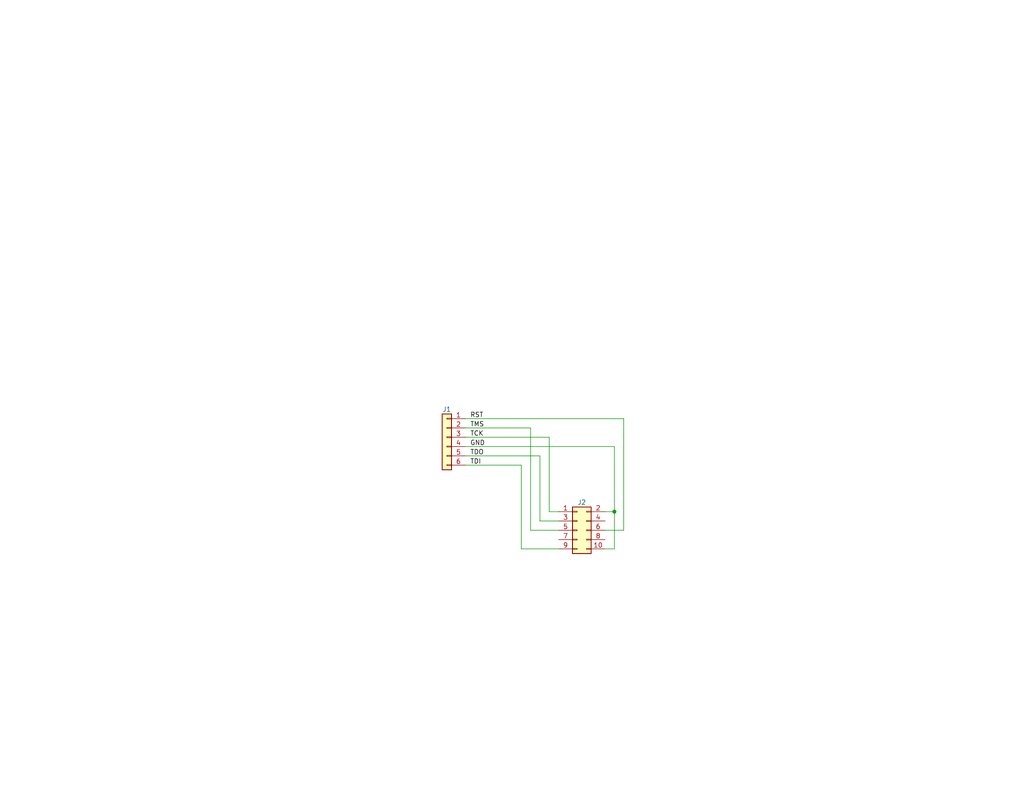
<source format=kicad_sch>
(kicad_sch (version 20230121) (generator eeschema)
  (paper "A")
  (title_block (title "JTAG Sidecar") (date "2024-03-03") (rev "0.0") (company "Steiert Solutions"))
  (lib_symbols
    (symbol "Connector_Generic:Conn_01x06" (pin_names (offset 1.016) hide)
      (property "Reference" "J" (at 0 7.62 0))
      (property "Value" "Conn_01x06" (at 0 -10.16 0))
      (symbol "Conn_01x06_1_1"
        (rectangle (start -1.27 -7.493) (end 0 -7.747) (stroke (width 0.1524)))
        (rectangle (start -1.27 -4.953) (end 0 -5.207) (stroke (width 0.1524)))
        (rectangle (start -1.27 -2.413) (end 0 -2.667) (stroke (width 0.1524)))
        (rectangle (start -1.27 0.127) (end 0 -0.127) (stroke (width 0.1524)))
        (rectangle (start -1.27 2.667) (end 0 2.413) (stroke (width 0.1524)))
        (rectangle (start -1.27 5.207) (end 0 4.953) (stroke (width 0.1524)))
        (rectangle (start -1.27 6.35) (end 1.27 -8.89) (stroke (width 0.254)) (fill (type background)))
        (pin passive line (at -5.08 5.08 0) (length 3.81) (name "Pin_1") (number "1"))
        (pin passive line (at -5.08 2.54 0) (length 3.81) (name "Pin_2") (number "2"))
        (pin passive line (at -5.08 0 0) (length 3.81) (name "Pin_3") (number "3"))
        (pin passive line (at -5.08 -2.54 0) (length 3.81) (name "Pin_4") (number "4"))
        (pin passive line (at -5.08 -5.08 0) (length 3.81) (name "Pin_5") (number "5"))
        (pin passive line (at -5.08 -7.62 0) (length 3.81) (name "Pin_6") (number "6"))
      )
    )
    (symbol "Connector_Generic:Conn_02x05_Odd_Even" (pin_names (offset 1.016) hide)
      (property "Reference" "J" (at 1.27 7.62 0))
      (property "Value" "Conn_02x05_Odd_Even" (at 1.27 -7.62 0))
      (symbol "Conn_02x05_Odd_Even_1_1"
        (rectangle (start -1.27 -4.953) (end 0 -5.207) (stroke (width 0.1524)))
        (rectangle (start -1.27 -2.413) (end 0 -2.667) (stroke (width 0.1524)))
        (rectangle (start -1.27 0.127) (end 0 -0.127) (stroke (width 0.1524)))
        (rectangle (start -1.27 2.667) (end 0 2.413) (stroke (width 0.1524)))
        (rectangle (start -1.27 5.207) (end 0 4.953) (stroke (width 0.1524)))
        (rectangle (start -1.27 6.35) (end 3.81 -6.35) (stroke (width 0.254)) (fill (type background)))
        (rectangle (start 3.81 -4.953) (end 2.54 -5.207) (stroke (width 0.1524)))
        (rectangle (start 3.81 -2.413) (end 2.54 -2.667) (stroke (width 0.1524)))
        (rectangle (start 3.81 0.127) (end 2.54 -0.127) (stroke (width 0.1524)))
        (rectangle (start 3.81 2.667) (end 2.54 2.413) (stroke (width 0.1524)))
        (rectangle (start 3.81 5.207) (end 2.54 4.953) (stroke (width 0.1524)))
        (pin passive line (at -5.08 5.08 0) (length 3.81) (name "Pin_1") (number "1"))
        (pin passive line (at 7.62 -5.08 180) (length 3.81) (name "Pin_10") (number "10"))
        (pin passive line (at 7.62 5.08 180) (length 3.81) (name "Pin_2") (number "2"))
        (pin passive line (at -5.08 2.54 0) (length 3.81) (name "Pin_3") (number "3"))
        (pin passive line (at 7.62 2.54 180) (length 3.81) (name "Pin_4") (number "4"))
        (pin passive line (at -5.08 0 0) (length 3.81) (name "Pin_5") (number "5"))
        (pin passive line (at 7.62 0 180) (length 3.81) (name "Pin_6") (number "6"))
        (pin passive line (at -5.08 -2.54 0) (length 3.81) (name "Pin_7") (number "7"))
        (pin passive line (at 7.62 -2.54 180) (length 3.81) (name "Pin_8") (number "8"))
        (pin passive line (at -5.08 -5.08 0) (length 3.81) (name "Pin_9") (number "9"))
      )
    )
  )
  (junction (at 167.64 139.7))
  (wire (pts (xy 127 121.92) (xy 167.64 121.92)))
  (wire (pts (xy 127 116.84) (xy 144.78 116.84)))
  (wire (pts (xy 127 124.46) (xy 147.32 124.46)))
  (wire (pts (xy 152.4 139.7) (xy 149.86 139.7)))
  (wire (pts (xy 167.64 139.7) (xy 167.64 121.92)))
  (wire (pts (xy 152.4 142.24) (xy 147.32 142.24)))
  (wire (pts (xy 167.64 149.86) (xy 167.64 139.7)))
  (wire (pts (xy 149.86 139.7) (xy 149.86 119.38)))
  (wire (pts (xy 152.4 144.78) (xy 144.78 144.78)))
  (wire (pts (xy 152.4 149.86) (xy 142.24 149.86)))
  (wire (pts (xy 165.1 139.7) (xy 167.64 139.7)))
  (wire (pts (xy 127 119.38) (xy 149.86 119.38)))
  (wire (pts (xy 127 114.3) (xy 170.18 114.3)))
  (wire (pts (xy 144.78 144.78) (xy 144.78 116.84)))
  (wire (pts (xy 127 127) (xy 142.24 127)))
  (wire (pts (xy 147.32 142.24) (xy 147.32 124.46)))
  (wire (pts (xy 165.1 149.86) (xy 167.64 149.86)))
  (wire (pts (xy 142.24 149.86) (xy 142.24 127)))
  (wire (pts (xy 165.1 144.78) (xy 170.18 144.78)))
  (wire (pts (xy 170.18 144.78) (xy 170.18 114.3)))
  (label "TDI" (at 128.27 127 0))
  (label "TDO" (at 128.27 124.46 0))
  (label "RST" (at 128.27 114.3 0))
  (label "TMS" (at 128.27 116.84 0))
  (label "TCK" (at 128.27 119.38 0))
  (label "GND" (at 128.27 121.92 0))
  (symbol (lib_id "Connector_Generic:Conn_02x05_Odd_Even") (at 157.48 144.78 0) (unit 1)
    (property "Reference" "J2" (at 158.75 137.16 0))
    (property "Value" "Conn_02x05_Odd_Even" (effects hide))
    (property "Footprint" "Connector_PinHeader_2.54mm:PinHeader_2x05_P2.54mm_Vertical" (effects hide))
  )
  (symbol (lib_id "Connector_Generic:Conn_01x06") (at 121.92 119.38 0) (mirror y) (unit 1)
    (property "Reference" "J1" (at 121.92 111.76 0))
    (property "Value" "Conn_01x06" (effects hide))
    (property "Footprint" "custom:Sidecar-6" (effects hide))
  )
)
</source>
